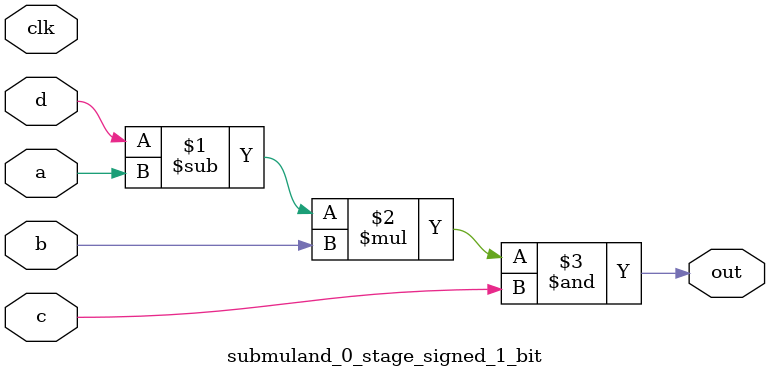
<source format=sv>
(* use_dsp = "yes" *) module submuland_0_stage_signed_1_bit(
	input signed [0:0] a,
	input signed [0:0] b,
	input signed [0:0] c,
	input signed [0:0] d,
	output [0:0] out,
	input clk);

	assign out = ((d - a) * b) & c;
endmodule

</source>
